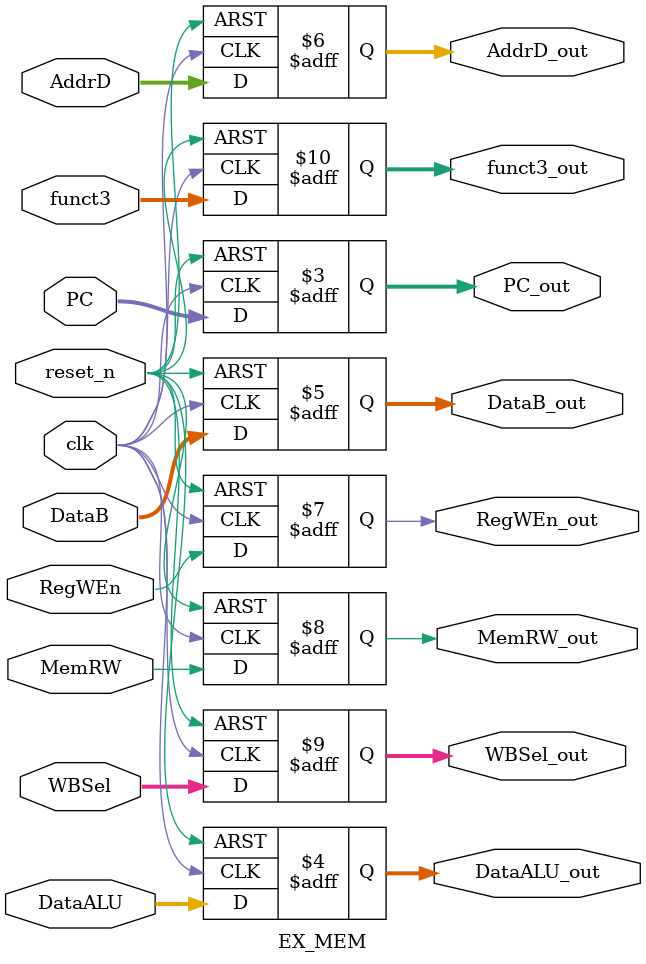
<source format=sv>
`timescale 1ns / 1ps


module EX_MEM(
    input clk,reset_n,
    input [31:0] PC,
    input [31:0] DataALU,
    input [31:0] DataB,
    input [4:0] AddrD,
    input RegWEn,
    input MemRW,
    input [1:0] WBSel,
    input [2:0] funct3,
    output reg [31:0] PC_out,
    output reg [31:0] DataALU_out,
    output reg [31:0] DataB_out,
    output reg [4:0] AddrD_out,
    output reg RegWEn_out,
    output reg MemRW_out,
    output reg [1:0] WBSel_out,
    output reg [2:0] funct3_out
    );
    always @(posedge clk or negedge reset_n) begin
        if(!reset_n) begin
        PC_out<=0;
        DataALU_out<=0;
        DataB_out<=0;
        AddrD_out<=0;
        RegWEn_out<=0;
        MemRW_out<=0;
        WBSel_out<=0;
        funct3_out<=0;
        end
        else begin
        PC_out<=PC;
        DataALU_out<=DataALU;
        DataB_out<=DataB;
        AddrD_out<=AddrD;
        RegWEn_out<=RegWEn;
        MemRW_out<=MemRW;
        WBSel_out<=WBSel;
        funct3_out<=funct3;
        end
    end
endmodule

</source>
